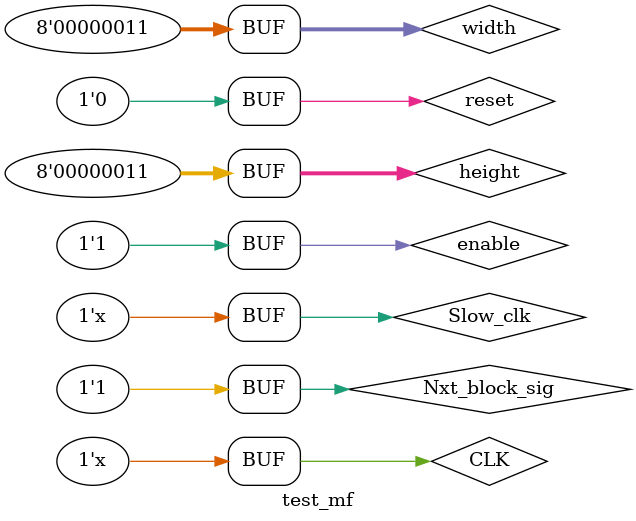
<source format=v>
`timescale 1ns / 1ps


module test_mf;

	// Inputs
	reg reset;
	reg enable;
	reg CLK;
	reg Slow_clk;
	reg Nxt_block_sig;
	reg [7:0] height;
	reg [7:0] width;

	// Outputs
	wire [7:0] addr_x0;
	wire [7:0] addr_y0;
	wire [7:0] gdata;
	wire Gvector_sig;

	// Instantiate the Unit Under Test (UUT)
	top_testMF uut (
		.reset(reset), 
		.enable(enable), 
		.CLK(CLK), 
		.Slow_clk(Slow_clk), 
		.Nxt_block_sig(Nxt_block_sig), 
		.height(height), 
		.width(width), 
		.addr_x0(addr_x0), 
		.addr_y0(addr_y0), 
		.gdata(gdata), 
		.Gvector_sig(Gvector_sig)
	);

	initial begin
		// Initialize Inputs
		reset = 0;
		enable = 0;
		CLK = 0;
		Slow_clk = 0;
		Nxt_block_sig = 0;
		height = 3;
		width = 3;

		// Wait 100 ns for global reset to finish
		#100;
		reset = 1;
		Nxt_block_sig = 1;
		
		#100;
		reset = 0;
		enable = 1;
        
		// Add stimulus here

	end
	
	always #10 CLK = ~CLK;
	always #10 Slow_clk = ~Slow_clk;
      
endmodule


</source>
